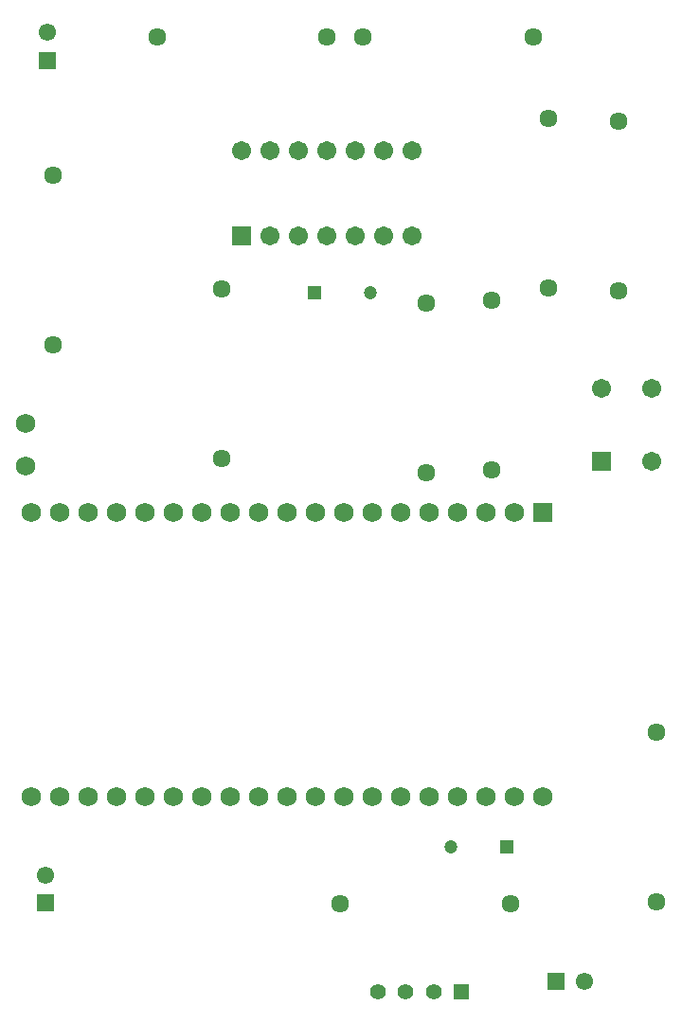
<source format=gbr>
G04*
G04 #@! TF.GenerationSoftware,Altium Limited,Altium Designer,24.1.2 (44)*
G04*
G04 Layer_Color=16711935*
%FSLAX44Y44*%
%MOMM*%
G71*
G04*
G04 #@! TF.SameCoordinates,DC8CE985-C91A-4BCA-97F7-030060148ACE*
G04*
G04*
G04 #@! TF.FilePolarity,Negative*
G04*
G01*
G75*
%ADD15R,1.4000X1.4000*%
%ADD16C,1.4000*%
%ADD17R,1.7332X1.7332*%
%ADD18C,1.7332*%
%ADD19C,1.6112*%
%ADD20C,1.5500*%
%ADD21R,1.5500X1.5500*%
%ADD22R,1.5500X1.5500*%
%ADD23R,1.7032X1.7032*%
%ADD24C,1.7032*%
%ADD25C,1.7272*%
%ADD26C,1.2000*%
%ADD27R,1.2000X1.2000*%
D15*
X733460Y297010D02*
D03*
D16*
X708460D02*
D03*
X683460D02*
D03*
X658460D02*
D03*
D17*
X806450Y725170D02*
D03*
D18*
X781050D02*
D03*
X755650D02*
D03*
X730250D02*
D03*
X704850D02*
D03*
X679450D02*
D03*
X654050D02*
D03*
X628650D02*
D03*
X603250D02*
D03*
X577850D02*
D03*
X552450D02*
D03*
X527050D02*
D03*
X501650D02*
D03*
X476250D02*
D03*
X450850D02*
D03*
X425450D02*
D03*
X400050D02*
D03*
X374650D02*
D03*
X349250D02*
D03*
Y471170D02*
D03*
X374650D02*
D03*
X400050D02*
D03*
X425450D02*
D03*
X450850D02*
D03*
X476250D02*
D03*
X501650D02*
D03*
X527050D02*
D03*
X552450D02*
D03*
X577850D02*
D03*
X603250D02*
D03*
X628650D02*
D03*
X654050D02*
D03*
X679450D02*
D03*
X704850D02*
D03*
X730250D02*
D03*
X755650D02*
D03*
X781050D02*
D03*
X806450D02*
D03*
D19*
X908050Y529390D02*
D03*
Y377390D02*
D03*
X625040Y375920D02*
D03*
X777040D02*
D03*
X368300Y875230D02*
D03*
Y1027230D02*
D03*
X811530Y926030D02*
D03*
Y1078030D02*
D03*
X873760Y923490D02*
D03*
Y1075490D02*
D03*
X519430Y773630D02*
D03*
Y925630D02*
D03*
X702310Y760930D02*
D03*
Y912930D02*
D03*
X645360Y1150620D02*
D03*
X797360D02*
D03*
X760730Y915470D02*
D03*
Y763470D02*
D03*
X613210Y1150620D02*
D03*
X461210D02*
D03*
D20*
X843080Y306240D02*
D03*
X363220Y1154430D02*
D03*
X361950Y401320D02*
D03*
D21*
X818080Y306240D02*
D03*
D22*
X363220Y1129430D02*
D03*
X361950Y376320D02*
D03*
D23*
X858880Y771410D02*
D03*
X537210Y972820D02*
D03*
D24*
X903880Y771410D02*
D03*
Y836410D02*
D03*
X858880D02*
D03*
X689610Y1049020D02*
D03*
X664210D02*
D03*
X638810D02*
D03*
X613410D02*
D03*
X588010D02*
D03*
X562610D02*
D03*
X537210D02*
D03*
X689610Y972820D02*
D03*
X664210D02*
D03*
X638810D02*
D03*
X613410D02*
D03*
X588010D02*
D03*
X562610D02*
D03*
D25*
X344170Y767080D02*
D03*
Y805180D02*
D03*
D26*
X652380Y922020D02*
D03*
X724300Y426720D02*
D03*
D27*
X602380Y922020D02*
D03*
X774300Y426720D02*
D03*
M02*

</source>
